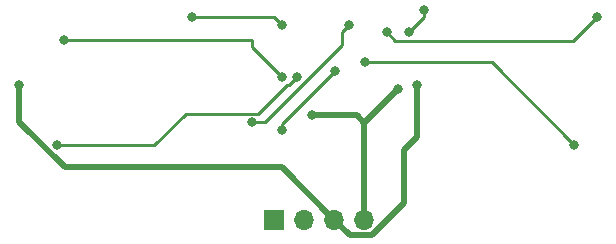
<source format=gbr>
%TF.GenerationSoftware,KiCad,Pcbnew,(5.1.6)-1*%
%TF.CreationDate,2020-11-25T02:53:10+01:00*%
%TF.ProjectId,MainBoard,4d61696e-426f-4617-9264-2e6b69636164,rev?*%
%TF.SameCoordinates,Original*%
%TF.FileFunction,Copper,L2,Bot*%
%TF.FilePolarity,Positive*%
%FSLAX46Y46*%
G04 Gerber Fmt 4.6, Leading zero omitted, Abs format (unit mm)*
G04 Created by KiCad (PCBNEW (5.1.6)-1) date 2020-11-25 02:53:10*
%MOMM*%
%LPD*%
G01*
G04 APERTURE LIST*
%TA.AperFunction,ComponentPad*%
%ADD10O,1.700000X1.700000*%
%TD*%
%TA.AperFunction,ComponentPad*%
%ADD11R,1.700000X1.700000*%
%TD*%
%TA.AperFunction,ViaPad*%
%ADD12C,0.800000*%
%TD*%
%TA.AperFunction,Conductor*%
%ADD13C,0.500000*%
%TD*%
%TA.AperFunction,Conductor*%
%ADD14C,0.250000*%
%TD*%
G04 APERTURE END LIST*
D10*
%TO.P,J1,4*%
%TO.N,GND*%
X138430000Y-107950000D03*
%TO.P,J1,3*%
%TO.N,+5V*%
X135890000Y-107950000D03*
%TO.P,J1,2*%
%TO.N,SDA*%
X133350000Y-107950000D03*
D11*
%TO.P,J1,1*%
%TO.N,SCL*%
X130810000Y-107950000D03*
%TD*%
D12*
%TO.N,GND*%
X141293499Y-96843499D03*
X133985000Y-99060000D03*
%TO.N,AmpOut3*%
X131445000Y-91440000D03*
X123825000Y-90805000D03*
%TO.N,AmpOut2*%
X112395000Y-101600000D03*
X132715000Y-95885000D03*
%TO.N,+5V*%
X109220000Y-96520000D03*
X142875000Y-96520000D03*
X142875000Y-96520000D03*
%TO.N,AmpOut1*%
X113030000Y-92710000D03*
X131445000Y-95885000D03*
%TO.N,AmpOut7*%
X140335000Y-92075000D03*
X158115000Y-90805000D03*
%TO.N,AmpOut8*%
X138450780Y-94594220D03*
X156210000Y-101600000D03*
%TO.N,AmpOut5*%
X143510000Y-90170000D03*
X142240000Y-92075000D03*
%TO.N,SDA*%
X135975583Y-95335583D03*
X131462499Y-100312501D03*
%TO.N,SCL*%
X137160000Y-91440000D03*
X128909989Y-99690011D03*
%TD*%
D13*
%TO.N,GND*%
X138430000Y-99706998D02*
X141293499Y-96843499D01*
X138430000Y-107950000D02*
X138430000Y-99706998D01*
X137783002Y-99060000D02*
X138430000Y-99706998D01*
X133985000Y-99060000D02*
X137783002Y-99060000D01*
D14*
%TO.N,AmpOut3*%
X130810000Y-90805000D02*
X131445000Y-91440000D01*
X123825000Y-90805000D02*
X130810000Y-90805000D01*
%TO.N,AmpOut2*%
X132080000Y-96520000D02*
X132715000Y-95885000D01*
X129437992Y-98965010D02*
X123284990Y-98965010D01*
X132080000Y-96520000D02*
X131883002Y-96520000D01*
X131883002Y-96520000D02*
X129437992Y-98965010D01*
X120650000Y-101600000D02*
X112395000Y-101600000D01*
X123284990Y-98965010D02*
X120650000Y-101600000D01*
D13*
%TO.N,+5V*%
X135890000Y-107950000D02*
X131445000Y-103505000D01*
X113041998Y-103505000D02*
X109220000Y-99683002D01*
X109220000Y-99683002D02*
X109220000Y-96520000D01*
X131445000Y-103505000D02*
X113041998Y-103505000D01*
X142875000Y-96520000D02*
X142875000Y-100965000D01*
X141764990Y-106539012D02*
X141764990Y-102075010D01*
X139054001Y-109250001D02*
X141764990Y-106539012D01*
X135890000Y-107950000D02*
X137190001Y-109250001D01*
X137190001Y-109250001D02*
X139054001Y-109250001D01*
X141764990Y-102075010D02*
X142875000Y-100965000D01*
D14*
%TO.N,AmpOut1*%
X113030000Y-92710000D02*
X128905000Y-92710000D01*
X128905000Y-93345000D02*
X131445000Y-95885000D01*
X128905000Y-92710000D02*
X128905000Y-93345000D01*
%TO.N,AmpOut7*%
X141060001Y-92800001D02*
X156119999Y-92800001D01*
X156119999Y-92800001D02*
X158115000Y-90805000D01*
X140335000Y-92075000D02*
X141060001Y-92800001D01*
%TO.N,AmpOut8*%
X149204220Y-94594220D02*
X156210000Y-101600000D01*
X138450780Y-94594220D02*
X149204220Y-94594220D01*
%TO.N,AmpOut5*%
X143510000Y-90805000D02*
X142240000Y-92075000D01*
X143510000Y-90170000D02*
X143510000Y-90805000D01*
%TO.N,SDA*%
X131462499Y-99848667D02*
X131462499Y-100312501D01*
X135975583Y-95335583D02*
X131462499Y-99848667D01*
%TO.N,SCL*%
X129982991Y-99690011D02*
X128909989Y-99690011D01*
X136525000Y-93148002D02*
X129982991Y-99690011D01*
X136525000Y-92075000D02*
X136525000Y-93148002D01*
X136525000Y-92075000D02*
X137160000Y-91440000D01*
%TD*%
M02*

</source>
